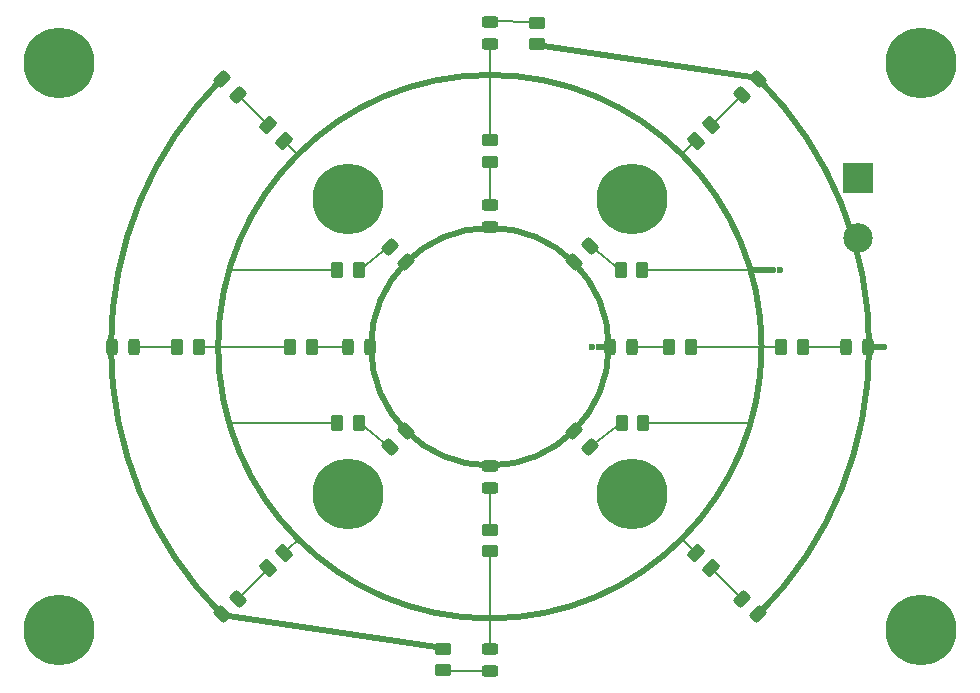
<source format=gbr>
%TF.GenerationSoftware,KiCad,Pcbnew,8.0.7*%
%TF.CreationDate,2025-01-02T12:48:39+00:00*%
%TF.ProjectId,PNP Camera,504e5020-4361-46d6-9572-612e6b696361,rev?*%
%TF.SameCoordinates,Original*%
%TF.FileFunction,Copper,L1,Top*%
%TF.FilePolarity,Positive*%
%FSLAX46Y46*%
G04 Gerber Fmt 4.6, Leading zero omitted, Abs format (unit mm)*
G04 Created by KiCad (PCBNEW 8.0.7) date 2025-01-02 12:48:39*
%MOMM*%
%LPD*%
G01*
G04 APERTURE LIST*
G04 Aperture macros list*
%AMRoundRect*
0 Rectangle with rounded corners*
0 $1 Rounding radius*
0 $2 $3 $4 $5 $6 $7 $8 $9 X,Y pos of 4 corners*
0 Add a 4 corners polygon primitive as box body*
4,1,4,$2,$3,$4,$5,$6,$7,$8,$9,$2,$3,0*
0 Add four circle primitives for the rounded corners*
1,1,$1+$1,$2,$3*
1,1,$1+$1,$4,$5*
1,1,$1+$1,$6,$7*
1,1,$1+$1,$8,$9*
0 Add four rect primitives between the rounded corners*
20,1,$1+$1,$2,$3,$4,$5,0*
20,1,$1+$1,$4,$5,$6,$7,0*
20,1,$1+$1,$6,$7,$8,$9,0*
20,1,$1+$1,$8,$9,$2,$3,0*%
G04 Aperture macros list end*
%TA.AperFunction,NonConductor*%
%ADD10C,0.500000*%
%TD*%
%TA.AperFunction,Conductor*%
%ADD11C,0.500000*%
%TD*%
%TA.AperFunction,Conductor*%
%ADD12C,0.200000*%
%TD*%
%TA.AperFunction,NonConductor*%
%ADD13C,0.200000*%
%TD*%
%TA.AperFunction,ComponentPad*%
%ADD14R,2.500000X2.500000*%
%TD*%
%TA.AperFunction,ComponentPad*%
%ADD15C,2.500000*%
%TD*%
%TA.AperFunction,SMDPad,CuDef*%
%ADD16RoundRect,0.250000X0.503814X0.132583X0.132583X0.503814X-0.503814X-0.132583X-0.132583X-0.503814X0*%
%TD*%
%TA.AperFunction,SMDPad,CuDef*%
%ADD17RoundRect,0.250000X-0.132583X0.503814X-0.503814X0.132583X0.132583X-0.503814X0.503814X-0.132583X0*%
%TD*%
%TA.AperFunction,SMDPad,CuDef*%
%ADD18RoundRect,0.250000X-0.503814X-0.132583X-0.132583X-0.503814X0.503814X0.132583X0.132583X0.503814X0*%
%TD*%
%TA.AperFunction,SMDPad,CuDef*%
%ADD19RoundRect,0.250000X0.132583X-0.503814X0.503814X-0.132583X-0.132583X0.503814X-0.503814X0.132583X0*%
%TD*%
%TA.AperFunction,SMDPad,CuDef*%
%ADD20RoundRect,0.250000X0.450000X-0.262500X0.450000X0.262500X-0.450000X0.262500X-0.450000X-0.262500X0*%
%TD*%
%TA.AperFunction,SMDPad,CuDef*%
%ADD21RoundRect,0.250000X-0.450000X0.262500X-0.450000X-0.262500X0.450000X-0.262500X0.450000X0.262500X0*%
%TD*%
%TA.AperFunction,SMDPad,CuDef*%
%ADD22RoundRect,0.250000X0.262500X0.450000X-0.262500X0.450000X-0.262500X-0.450000X0.262500X-0.450000X0*%
%TD*%
%TA.AperFunction,SMDPad,CuDef*%
%ADD23RoundRect,0.243750X0.150260X-0.494975X0.494975X-0.150260X-0.150260X0.494975X-0.494975X0.150260X0*%
%TD*%
%TA.AperFunction,SMDPad,CuDef*%
%ADD24RoundRect,0.243750X-0.494975X-0.150260X-0.150260X-0.494975X0.494975X0.150260X0.150260X0.494975X0*%
%TD*%
%TA.AperFunction,SMDPad,CuDef*%
%ADD25RoundRect,0.243750X0.494975X0.150260X0.150260X0.494975X-0.494975X-0.150260X-0.150260X-0.494975X0*%
%TD*%
%TA.AperFunction,SMDPad,CuDef*%
%ADD26RoundRect,0.243750X-0.150260X0.494975X-0.494975X0.150260X0.150260X-0.494975X0.494975X-0.150260X0*%
%TD*%
%TA.AperFunction,SMDPad,CuDef*%
%ADD27RoundRect,0.243750X-0.456250X0.243750X-0.456250X-0.243750X0.456250X-0.243750X0.456250X0.243750X0*%
%TD*%
%TA.AperFunction,SMDPad,CuDef*%
%ADD28RoundRect,0.243750X0.456250X-0.243750X0.456250X0.243750X-0.456250X0.243750X-0.456250X-0.243750X0*%
%TD*%
%TA.AperFunction,SMDPad,CuDef*%
%ADD29RoundRect,0.243750X-0.243750X-0.456250X0.243750X-0.456250X0.243750X0.456250X-0.243750X0.456250X0*%
%TD*%
%TA.AperFunction,SMDPad,CuDef*%
%ADD30RoundRect,0.243750X0.243750X0.456250X-0.243750X0.456250X-0.243750X-0.456250X0.243750X-0.456250X0*%
%TD*%
%TA.AperFunction,SMDPad,CuDef*%
%ADD31RoundRect,0.250000X-0.262500X-0.450000X0.262500X-0.450000X0.262500X0.450000X-0.262500X0.450000X0*%
%TD*%
%TA.AperFunction,ComponentPad*%
%ADD32C,6.000000*%
%TD*%
%TA.AperFunction,ViaPad*%
%ADD33C,0.600000*%
%TD*%
%ADD34C,0.300000*%
%ADD35C,0.350000*%
G04 APERTURE END LIST*
D10*
X117000000Y-94000000D02*
X98292893Y-91207107D01*
D11*
%TO.N,GND*%
X143707107Y-45792893D02*
X125000000Y-43000000D01*
D10*
X98321030Y-91207107D02*
G75*
G02*
X98321030Y-45792893I22707106J22707107D01*
G01*
D11*
X143707107Y-45792893D02*
G75*
G02*
X143707107Y-91207107I-22707107J-22707107D01*
G01*
D12*
%TO.N,VCC*%
X121000000Y-42926187D02*
X121000000Y-45494566D01*
X103607107Y-51107107D02*
X104675000Y-52150000D01*
X96426185Y-68500002D02*
X97994566Y-68500000D01*
X103607107Y-85892893D02*
X104650000Y-84925000D01*
X121000000Y-94073817D02*
X121000000Y-91505434D01*
X138392893Y-85892893D02*
X137200000Y-84700000D01*
X145573815Y-68500002D02*
X144005434Y-68500000D01*
X138392893Y-51107107D02*
X137300000Y-52225000D01*
D13*
X121000001Y-40937501D02*
X125000000Y-41000000D01*
X102192893Y-49692893D02*
X99550000Y-47100000D01*
X94426185Y-68500002D02*
X91075000Y-68500000D01*
X102192893Y-87307107D02*
X99550000Y-89950000D01*
X121000000Y-96000002D02*
X117000000Y-96000000D01*
X139900000Y-87400000D02*
X142200000Y-89700000D01*
D12*
%TO.N,GND*%
X147573815Y-68500002D02*
X151100000Y-68500000D01*
D13*
X139807107Y-49692893D02*
X142400000Y-47100000D01*
D12*
%TO.N,VCC*%
X134000000Y-62000000D02*
X143000000Y-62000000D01*
X121000000Y-50912500D02*
X121000000Y-45494566D01*
X108000000Y-62000000D02*
X99000000Y-62000000D01*
X104000000Y-68500000D02*
X97994566Y-68500000D01*
X108000000Y-75000000D02*
X99000000Y-75000000D01*
X121000000Y-85912500D02*
X121000000Y-91505434D01*
X134087500Y-75000000D02*
X143000000Y-75000000D01*
X138087500Y-68500000D02*
X144005434Y-68500000D01*
D11*
X144005434Y-68500000D02*
G75*
G02*
X97994566Y-68500000I-23005434J0D01*
G01*
X97994566Y-68500000D02*
G75*
G02*
X144005434Y-68500000I23005434J0D01*
G01*
D13*
X121000000Y-56432028D02*
X121000000Y-52912500D01*
X110000000Y-62000000D02*
X112492893Y-59992893D01*
X108932028Y-68500000D02*
X106000000Y-68500000D01*
X112492893Y-77007107D02*
X110000000Y-75000000D01*
X121000000Y-80567973D02*
X121000000Y-83912500D01*
X132087500Y-75000000D02*
X129507107Y-77007107D01*
X133067973Y-68500000D02*
X136087500Y-68500000D01*
D12*
%TO.N,Net-(D1-A)*%
X132000000Y-62000000D02*
X129527107Y-59962893D01*
D11*
%TO.N,GND*%
X131067235Y-68500000D02*
G75*
G02*
X110932765Y-68500000I-10067235J0D01*
G01*
X110932765Y-68500000D02*
G75*
G02*
X131067235Y-68500000I10067235J0D01*
G01*
%TD*%
D14*
%TO.P,J1,1,Pin_1*%
%TO.N,VCC*%
X152175000Y-54205000D03*
D15*
%TO.P,J1,2,Pin_2*%
%TO.N,GND*%
X152175000Y-59285000D03*
%TD*%
D16*
%TO.P,R1,1*%
%TO.N,N/C*%
X103545235Y-51045235D03*
%TO.P,R1,2*%
X102254765Y-49754765D03*
%TD*%
D17*
%TO.P,R1,1*%
%TO.N,N/C*%
X103545235Y-85954765D03*
%TO.P,R1,2*%
X102254765Y-87245235D03*
%TD*%
D18*
%TO.P,R1,1*%
%TO.N,N/C*%
X138454765Y-85954765D03*
%TO.P,R1,2*%
X139745235Y-87245235D03*
%TD*%
D19*
%TO.P,R1,1*%
%TO.N,N/C*%
X138454765Y-51045235D03*
%TO.P,R1,2*%
X139745235Y-49754765D03*
%TD*%
D20*
%TO.P,R1,1*%
%TO.N,N/C*%
X125000000Y-42912500D03*
%TO.P,R1,2*%
X125000000Y-41087500D03*
%TD*%
D21*
%TO.P,R1,1*%
%TO.N,N/C*%
X117000000Y-94087500D03*
%TO.P,R1,2*%
X117000000Y-95912500D03*
%TD*%
D22*
%TO.P,R1,1*%
%TO.N,N/C*%
X96338685Y-68500002D03*
%TO.P,R1,2*%
X94513685Y-68500002D03*
%TD*%
%TO.P,R1,1*%
%TO.N,N/C*%
X147486315Y-68500002D03*
%TO.P,R1,2*%
X145661315Y-68500002D03*
%TD*%
D23*
%TO.P,D1,1,K*%
%TO.N,N/C*%
X98337087Y-91162914D03*
%TO.P,D1,2,A*%
X99662913Y-89837086D03*
%TD*%
D24*
%TO.P,D1,1,K*%
%TO.N,N/C*%
X98337086Y-45837087D03*
%TO.P,D1,2,A*%
X99662914Y-47162913D03*
%TD*%
D25*
%TO.P,D1,1,K*%
%TO.N,N/C*%
X143662914Y-91162913D03*
%TO.P,D1,2,A*%
X142337086Y-89837087D03*
%TD*%
D26*
%TO.P,D1,1,K*%
%TO.N,N/C*%
X143662913Y-45837086D03*
%TO.P,D1,2,A*%
X142337087Y-47162914D03*
%TD*%
D27*
%TO.P,D1,1,K*%
%TO.N,N/C*%
X121000000Y-41000000D03*
%TO.P,D1,2,A*%
X121000002Y-42875002D03*
%TD*%
D28*
%TO.P,D1,1,K*%
%TO.N,N/C*%
X121000001Y-95937502D03*
%TO.P,D1,2,A*%
X120999999Y-94062500D03*
%TD*%
D29*
%TO.P,D1,1,K*%
%TO.N,N/C*%
X88977937Y-68500001D03*
%TO.P,D1,2,A*%
X90852939Y-68499999D03*
%TD*%
D30*
%TO.P,D1,1,K*%
%TO.N,GND*%
X153022063Y-68499999D03*
%TO.P,D1,2,A*%
%TO.N,N/C*%
X151147061Y-68500001D03*
%TD*%
D22*
%TO.P,R1,1*%
%TO.N,N/C*%
X109912500Y-75000000D03*
%TO.P,R1,2*%
X108087500Y-75000000D03*
%TD*%
D20*
%TO.P,R1,1*%
%TO.N,N/C*%
X121000000Y-52825000D03*
%TO.P,R1,2*%
X121000000Y-51000000D03*
%TD*%
D22*
%TO.P,R1,1*%
%TO.N,N/C*%
X109912500Y-62000000D03*
%TO.P,R1,2*%
X108087500Y-62000000D03*
%TD*%
%TO.P,R1,1*%
%TO.N,N/C*%
X105912500Y-68500000D03*
%TO.P,R1,2*%
X104087500Y-68500000D03*
%TD*%
D21*
%TO.P,R1,1*%
%TO.N,N/C*%
X121000000Y-84000000D03*
%TO.P,R1,2*%
X121000000Y-85825000D03*
%TD*%
D31*
%TO.P,R1,1*%
%TO.N,N/C*%
X132175000Y-75000000D03*
%TO.P,R1,2*%
X134000000Y-75000000D03*
%TD*%
%TO.P,R1,1*%
%TO.N,N/C*%
X136175000Y-68500000D03*
%TO.P,R1,2*%
X138000000Y-68500000D03*
%TD*%
%TO.P,R1,1*%
%TO.N,Net-(D1-A)*%
X132087500Y-62000000D03*
%TO.P,R1,2*%
%TO.N,VCC*%
X133912500Y-62000000D03*
%TD*%
D28*
%TO.P,D1,1,K*%
%TO.N,N/C*%
X121000001Y-58369529D03*
%TO.P,D1,2,A*%
X120999999Y-56494527D03*
%TD*%
D25*
%TO.P,D1,1,K*%
%TO.N,N/C*%
X113862914Y-61362913D03*
%TO.P,D1,2,A*%
X112537086Y-60037087D03*
%TD*%
D30*
%TO.P,D1,1,K*%
%TO.N,N/C*%
X110869529Y-68499999D03*
%TO.P,D1,2,A*%
X108994527Y-68500001D03*
%TD*%
D26*
%TO.P,D1,1,K*%
%TO.N,N/C*%
X113862913Y-75637086D03*
%TO.P,D1,2,A*%
X112537087Y-76962914D03*
%TD*%
D27*
%TO.P,D1,1,K*%
%TO.N,N/C*%
X120999999Y-78630471D03*
%TO.P,D1,2,A*%
X121000001Y-80505473D03*
%TD*%
D24*
%TO.P,D1,1,K*%
%TO.N,N/C*%
X128137086Y-75637087D03*
%TO.P,D1,2,A*%
X129462914Y-76962913D03*
%TD*%
D29*
%TO.P,D1,1,K*%
%TO.N,GND*%
X131130471Y-68500001D03*
%TO.P,D1,2,A*%
%TO.N,N/C*%
X133005473Y-68499999D03*
%TD*%
D23*
%TO.P,D1,1,K*%
%TO.N,GND*%
X128157088Y-61332914D03*
%TO.P,D1,2,A*%
%TO.N,Net-(D1-A)*%
X129482912Y-60007086D03*
%TD*%
D32*
%TO.P,,1*%
%TO.N,N/C*%
X109000000Y-56000000D03*
%TD*%
%TO.P,,1*%
%TO.N,N/C*%
X109000000Y-81000000D03*
%TD*%
%TO.P,,1*%
%TO.N,N/C*%
X133000000Y-56000000D03*
%TD*%
%TO.P,,1*%
%TO.N,N/C*%
X133000000Y-81000000D03*
%TD*%
%TO.P,,1*%
%TO.N,N/C*%
X157500000Y-92500000D03*
%TD*%
%TO.P,,1*%
%TO.N,N/C*%
X157500000Y-44500000D03*
%TD*%
%TO.P,,1*%
%TO.N,N/C*%
X84500000Y-92500000D03*
%TD*%
%TO.P,REF\u002A\u002A,1*%
%TO.N,N/C*%
X84500000Y-44500000D03*
%TD*%
D33*
%TO.N,VCC*%
X144950000Y-62000000D03*
X145550000Y-62000000D03*
%TO.N,GND*%
X153775000Y-68500000D03*
X154375000Y-68500000D03*
X130275000Y-68500000D03*
X129675000Y-68500000D03*
%TD*%
D11*
%TO.N,VCC*%
X143000000Y-62000000D02*
X144950000Y-62000000D01*
%TO.N,GND*%
X153775000Y-68500000D02*
X153022064Y-68500000D01*
X153022064Y-68500000D02*
X153022063Y-68499999D01*
X154375000Y-68500000D02*
X153959563Y-68500000D01*
X130275000Y-68500000D02*
X131130470Y-68500000D01*
D12*
X131130470Y-68500000D02*
X131130471Y-68500001D01*
%TD*%
D34*
X144950000Y-62000000D03*
X145550000Y-62000000D03*
X153775000Y-68500000D03*
X154375000Y-68500000D03*
X130275000Y-68500000D03*
X129675000Y-68500000D03*
D35*
X152175000Y-54205000D03*
X152175000Y-59285000D03*
X109000000Y-56000000D03*
X109000000Y-81000000D03*
X133000000Y-56000000D03*
X133000000Y-81000000D03*
X157500000Y-92500000D03*
X157500000Y-44500000D03*
X84500000Y-92500000D03*
X84500000Y-44500000D03*
M02*

</source>
